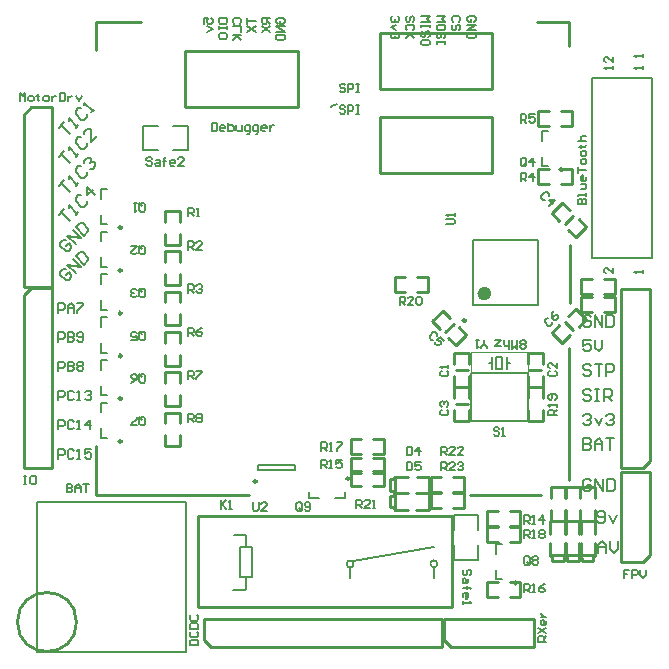
<source format=gto>
G04*
G04 #@! TF.GenerationSoftware,Altium Limited,Altium Designer,18.1.9 (240)*
G04*
G04 Layer_Color=65535*
%FSLAX25Y25*%
%MOIN*%
G70*
G01*
G75*
%ADD10C,0.00591*%
%ADD11C,0.00984*%
%ADD12C,0.02362*%
%ADD13C,0.01000*%
%ADD14C,0.00787*%
%ADD15C,0.00819*%
%ADD16C,0.00800*%
%ADD17C,0.00500*%
%ADD18C,0.00394*%
%ADD19C,0.00600*%
%ADD20C,0.00591*%
%ADD21C,0.00630*%
D10*
X523768Y176594D02*
G03*
X523768Y176594I-1181J0D01*
G01*
X495819Y176559D02*
G03*
X495819Y176559I-1181J0D01*
G01*
D11*
X463506Y203991D02*
G03*
X463506Y203991I-492J0D01*
G01*
X494380Y205040D02*
G03*
X494380Y205040I-492J0D01*
G01*
X565532Y308012D02*
G03*
X565532Y308012I-492J0D01*
G01*
X418532Y288663D02*
G03*
X418532Y288663I-492J0D01*
G01*
Y274416D02*
G03*
X418532Y274416I-492J0D01*
G01*
Y231675D02*
G03*
X418532Y231675I-492J0D01*
G01*
Y217428D02*
G03*
X418532Y217428I-492J0D01*
G01*
Y260169D02*
G03*
X418532Y260169I-492J0D01*
G01*
Y245922D02*
G03*
X418532Y245922I-492J0D01*
G01*
X550326Y170312D02*
G03*
X550326Y170312I-492J0D01*
G01*
X533210Y257655D02*
G03*
X533210Y257655I-492J0D01*
G01*
D12*
X540591Y266710D02*
G03*
X540591Y266710I-1181J0D01*
G01*
D13*
X403442Y157200D02*
G03*
X403442Y157200I-9842J0D01*
G01*
X567600Y248400D02*
X567600Y204600D01*
X534600Y199633D02*
X558300D01*
X564976Y303200D02*
X568576D01*
Y308200D01*
X564976D02*
X568576D01*
X557376D02*
X560976D01*
X557376Y303200D02*
X560976D01*
X557376D02*
Y308200D01*
Y327400D02*
X560976D01*
X557376Y322400D02*
Y327400D01*
Y322400D02*
X560976D01*
X564976D02*
X568576D01*
X564976Y327400D02*
X568576D01*
Y322400D02*
Y327400D01*
X390600Y328712D02*
X395324D01*
Y268869D02*
Y328712D01*
X385876Y268869D02*
X395324D01*
X385876D02*
Y326350D01*
X388238Y328712D01*
X390600D01*
X532700Y200584D02*
Y205584D01*
X529100D02*
X532700D01*
X529100Y200584D02*
X532700D01*
X521500D02*
X525100D01*
X521500D02*
Y205584D01*
X525100D01*
X508900Y204784D02*
X509700Y205584D01*
X507800Y204784D02*
X508900D01*
X509000Y200884D02*
X509700Y200184D01*
X507800Y200884D02*
X509000D01*
X507800D02*
Y204784D01*
X509700Y200184D02*
Y205584D01*
Y200184D02*
X513900D01*
X516700D02*
X521100D01*
Y205584D01*
X516900D02*
X521100D01*
X509700D02*
X513900D01*
X525918Y151238D02*
X528280Y148876D01*
X555839D01*
Y158324D01*
X525918D02*
X555839D01*
X525918Y151238D02*
Y158324D01*
X537040Y325500D02*
X541961D01*
X537040Y306900D02*
X541961D01*
X504560D02*
X509481D01*
X504560Y325500D02*
X509481D01*
X504560Y306900D02*
Y325500D01*
X541961Y306900D02*
Y325500D01*
X509481D02*
X537040D01*
X509481Y306900D02*
X537040D01*
X494800Y206942D02*
Y211942D01*
Y206942D02*
X498400D01*
X494800Y211942D02*
X498400D01*
X502400D02*
X506000D01*
Y206942D02*
Y211942D01*
X502400Y206942D02*
X506000D01*
Y213200D02*
Y218200D01*
X502400D02*
X506000D01*
X502400Y213200D02*
X506000D01*
X494800D02*
X498400D01*
X494800D02*
Y218200D01*
X498400D01*
X444681Y347426D02*
X472240D01*
X444681Y328826D02*
X472240D01*
X439760D02*
Y347426D01*
X477161Y328826D02*
Y347426D01*
X472240Y328826D02*
X477161D01*
X472240Y347426D02*
X477161D01*
X439760D02*
X444681D01*
X439760Y328826D02*
X444681D01*
X443819Y192409D02*
X528465D01*
X443819Y162094D02*
X528465D01*
Y192409D01*
X443819Y162094D02*
Y192409D01*
X521500Y200100D02*
X525100D01*
X521500Y195100D02*
Y200100D01*
Y195100D02*
X525100D01*
X529100D02*
X532700D01*
X529100Y200100D02*
X532700D01*
Y195100D02*
Y200100D01*
X506000Y202416D02*
Y207416D01*
X502400D02*
X506000D01*
X502400Y202416D02*
X506000D01*
X494800D02*
X498400D01*
X494800D02*
Y207416D01*
X498400D01*
X509700Y200100D02*
X513900D01*
X516900D02*
X521100D01*
Y194700D02*
Y200100D01*
X516700Y194700D02*
X521100D01*
X509700D02*
X513900D01*
X509700D02*
Y200100D01*
X507800Y195400D02*
Y199300D01*
Y195400D02*
X509000D01*
X509700Y194700D01*
X507800Y199300D02*
X508900D01*
X509700Y200100D01*
X582800Y260632D02*
Y265633D01*
X579200D02*
X582800D01*
X579200Y260632D02*
X582800D01*
X571600D02*
X575200D01*
X571600D02*
Y265633D01*
X575200D01*
X582800Y266665D02*
Y271665D01*
X579200D02*
X582800D01*
X579200Y266665D02*
X582800D01*
X571600D02*
X575200D01*
X571600D02*
Y271665D01*
X575200D01*
X561872Y253708D02*
X564418Y256254D01*
X561872Y253708D02*
X565408Y250172D01*
X567953Y252718D01*
X570782Y255546D02*
X573328Y258092D01*
X569792Y261628D02*
X573328Y258092D01*
X567246Y259082D02*
X569792Y261628D01*
X566186Y257314D02*
X569014Y254486D01*
X509500Y267200D02*
Y272200D01*
Y267200D02*
X513100D01*
X509500Y272200D02*
X513100D01*
X517100D02*
X520700D01*
Y267200D02*
Y272200D01*
X517100Y267200D02*
X520700D01*
X565408Y296926D02*
X567953Y294380D01*
X561872Y293390D02*
X565408Y296926D01*
X561872Y293390D02*
X564418Y290844D01*
X567246Y288016D02*
X569792Y285471D01*
X573328Y289006D01*
X570782Y291552D02*
X573328Y289006D01*
X566186Y289784D02*
X569014Y292612D01*
X527347Y252018D02*
X529892Y249472D01*
X533428Y253008D01*
X530882Y255554D02*
X533428Y253008D01*
X525508Y260928D02*
X528054Y258382D01*
X521972Y257392D02*
X525508Y260928D01*
X521972Y257392D02*
X524518Y254847D01*
X526286Y253786D02*
X529114Y256614D01*
X438100Y223400D02*
Y227000D01*
X433100D02*
X438100D01*
X433100Y223400D02*
Y227000D01*
Y215800D02*
Y219400D01*
X438100Y215800D02*
Y219400D01*
X433100Y215800D02*
X438100D01*
Y250280D02*
Y253880D01*
X433100D02*
X438100D01*
X433100Y250280D02*
Y253880D01*
Y242680D02*
Y246280D01*
X438100Y242680D02*
Y246280D01*
X433100Y242680D02*
X438100D01*
Y263720D02*
Y267320D01*
X433100D02*
X438100D01*
X433100Y263720D02*
Y267320D01*
Y256120D02*
Y259720D01*
X438100Y256120D02*
Y259720D01*
X433100Y256120D02*
X438100D01*
X589800Y208488D02*
X592162D01*
X594524Y210850D01*
Y268331D01*
X585076D02*
X594524D01*
X585076Y208488D02*
Y268331D01*
Y208488D02*
X589800D01*
X433100Y280760D02*
X438100D01*
X433100Y277160D02*
Y280760D01*
X438100Y277160D02*
Y280760D01*
Y269560D02*
Y273160D01*
X433100Y269560D02*
X438100D01*
X433100D02*
Y273160D01*
Y294200D02*
X438100D01*
X433100Y290600D02*
Y294200D01*
X438100Y290600D02*
Y294200D01*
Y283000D02*
Y286600D01*
X433100Y283000D02*
X438100D01*
X433100D02*
Y286600D01*
Y240440D02*
X438100D01*
X433100Y236840D02*
Y240440D01*
X438100Y236840D02*
Y240440D01*
Y229240D02*
Y232840D01*
X433100Y229240D02*
X438100D01*
X433100D02*
Y232840D01*
X410042Y199633D02*
Y215800D01*
Y348000D02*
Y357113D01*
X567523Y349200D02*
Y357113D01*
X567861Y282905D02*
X567900Y263400D01*
X410042Y357113D02*
X424800D01*
X556800Y357113D02*
X567523D01*
X410042Y199633D02*
X460800D01*
X445876Y151238D02*
Y158324D01*
X525403D01*
Y148876D02*
Y158324D01*
X449025Y148876D02*
X525403D01*
X448238D02*
X449025D01*
X445876Y151238D02*
X448238Y148876D01*
X504560Y334800D02*
X509481D01*
X504560Y353400D02*
X509481D01*
X537040D02*
X541961D01*
X537040Y334800D02*
X541961D01*
Y353400D01*
X504560Y334800D02*
Y353400D01*
X509481Y334800D02*
X537040D01*
X509481Y353400D02*
X537040D01*
X540193Y188800D02*
X543793D01*
X540193Y183800D02*
Y188800D01*
Y183800D02*
X543793D01*
X547793D02*
X551393D01*
X547793Y188800D02*
X551393D01*
Y183800D02*
Y188800D01*
X547793Y165500D02*
X551393D01*
Y170500D01*
X547793D02*
X551393D01*
X540193D02*
X543793D01*
X540193Y165500D02*
X543793D01*
X540193D02*
Y170500D01*
X540193Y194072D02*
X543793D01*
X540193Y189072D02*
Y194072D01*
Y189072D02*
X543793D01*
X547793D02*
X551393D01*
X547793Y194072D02*
X551393D01*
Y189072D02*
Y194072D01*
X390600Y268412D02*
X395324D01*
Y208569D02*
Y268412D01*
X385876Y208569D02*
X395324D01*
X385876D02*
Y266050D01*
X388238Y268412D01*
X390600D01*
X585076Y177276D02*
X592162D01*
X585076D02*
Y207197D01*
X594524D01*
Y179638D02*
Y207197D01*
X592162Y177276D02*
X594524Y179638D01*
X554385Y241200D02*
X558385D01*
X558885Y235600D02*
Y239200D01*
X553885Y235600D02*
X558885D01*
X553885D02*
Y239200D01*
Y243200D02*
Y246800D01*
X558885D01*
Y243200D02*
Y246800D01*
X529785Y241200D02*
X533785D01*
X534285Y235600D02*
Y239200D01*
X529285Y235600D02*
X534285D01*
X529285D02*
Y239200D01*
Y243200D02*
Y246800D01*
X534285D01*
Y243200D02*
Y246800D01*
X529785Y229800D02*
X533785D01*
X529285Y231800D02*
Y235400D01*
X534285D01*
Y231800D02*
Y235400D01*
Y224200D02*
Y227800D01*
X529285Y224200D02*
X534285D01*
X529285D02*
Y227800D01*
X571201Y202150D02*
X576201D01*
X571201Y198550D02*
Y202150D01*
X576201Y198550D02*
Y202150D01*
Y190950D02*
Y194550D01*
X571201Y190950D02*
X576201D01*
X571201D02*
Y194550D01*
X566402Y202150D02*
X571402D01*
X566402Y198550D02*
Y202150D01*
X571402Y198550D02*
Y202150D01*
Y190950D02*
Y194550D01*
X566402Y190950D02*
X571402D01*
X566402D02*
Y194550D01*
X561281Y179400D02*
Y183600D01*
Y186600D02*
Y190800D01*
X566681D01*
Y186400D02*
Y190800D01*
Y179400D02*
Y183600D01*
X561281Y179400D02*
X566681D01*
X562081Y177500D02*
X565981D01*
Y178700D01*
X566681Y179400D01*
X562081Y177500D02*
Y178600D01*
X561281Y179400D02*
X562081Y178600D01*
X571001Y179400D02*
X571801Y178600D01*
Y177500D02*
Y178600D01*
X575701Y178700D02*
X576401Y179400D01*
X575701Y177500D02*
Y178700D01*
X571801Y177500D02*
X575701D01*
X571001Y179400D02*
X576401D01*
Y183600D01*
Y186400D02*
Y190800D01*
X571001D02*
X576401D01*
X571001Y186600D02*
Y190800D01*
Y179400D02*
Y183600D01*
X566202Y179400D02*
X567002Y178600D01*
Y177500D02*
Y178600D01*
X570902Y178700D02*
X571602Y179400D01*
X570902Y177500D02*
Y178700D01*
X567002Y177500D02*
X570902D01*
X566202Y179400D02*
X571602D01*
Y183600D01*
Y186400D02*
Y190800D01*
X566202D02*
X571602D01*
X566202Y186600D02*
Y190800D01*
Y179400D02*
Y183600D01*
X561481Y190950D02*
Y194550D01*
Y190950D02*
X566481D01*
Y194550D01*
Y198550D02*
Y202150D01*
X561481Y198550D02*
Y202150D01*
X566481D01*
X553885Y235400D02*
X558885D01*
X553885Y231800D02*
Y235400D01*
X558885Y231800D02*
Y235400D01*
Y224200D02*
Y227800D01*
X553885Y224200D02*
X558885D01*
X553885D02*
Y227800D01*
D14*
X575200Y278500D02*
X595200D01*
X575200D02*
Y338500D01*
X595200D01*
Y278500D02*
Y338500D01*
X529400Y177900D02*
Y182900D01*
Y177900D02*
X537400D01*
Y182900D01*
Y187900D02*
Y192900D01*
X529400D02*
X537400D01*
X529400Y187900D02*
Y192900D01*
X463998Y207732D02*
Y209700D01*
X476202Y207732D02*
Y209700D01*
X463998Y207732D02*
X476202D01*
X463998Y209700D02*
X476202D01*
X480995Y198643D02*
X484242D01*
X480995D02*
Y200611D01*
X489558Y198643D02*
X492805D01*
Y200611D01*
X558642Y317657D02*
Y320905D01*
X560611D01*
X558642Y309095D02*
Y312343D01*
Y309095D02*
X560611D01*
X425700Y322600D02*
X430700D01*
X425700Y314600D02*
Y322600D01*
Y314600D02*
X430700D01*
X435700D02*
X440700D01*
Y322600D01*
X435700D02*
X440700D01*
X411643Y298309D02*
Y301557D01*
X413611D01*
X411643Y289746D02*
Y292994D01*
Y289746D02*
X413611D01*
X411643Y284062D02*
Y287310D01*
X413611D01*
X411643Y275499D02*
Y278747D01*
Y275499D02*
X413611D01*
X411643Y241321D02*
Y244569D01*
X413611D01*
X411643Y232758D02*
Y236006D01*
Y232758D02*
X413611D01*
X411643Y227074D02*
Y230322D01*
X413611D01*
X411643Y218511D02*
Y221759D01*
Y218511D02*
X413611D01*
X411643Y269815D02*
Y273063D01*
X413611D01*
X411643Y261252D02*
Y264500D01*
Y261252D02*
X413611D01*
X411643Y255568D02*
Y258816D01*
X413611D01*
X411643Y247005D02*
Y250253D01*
Y247005D02*
X413611D01*
X543436Y171395D02*
X545404D01*
X543436D02*
Y174643D01*
Y183205D02*
X545404D01*
X543436Y179957D02*
Y183205D01*
X535473Y262773D02*
X557127D01*
X535473Y284427D02*
X557127D01*
X535473Y262773D02*
Y284427D01*
X557127Y262773D02*
Y284427D01*
X572209Y218448D02*
Y214512D01*
X574177D01*
X574832Y215168D01*
Y215824D01*
X574177Y216480D01*
X572209D01*
X574177D01*
X574832Y217136D01*
Y217792D01*
X574177Y218448D01*
X572209D01*
X576144Y214512D02*
Y217136D01*
X577456Y218448D01*
X578768Y217136D01*
Y214512D01*
Y216480D01*
X576144D01*
X580080Y218448D02*
X582704D01*
X581392D01*
Y214512D01*
X572209Y226012D02*
X572865Y226668D01*
X574177D01*
X574832Y226012D01*
Y225357D01*
X574177Y224701D01*
X573521D01*
X574177D01*
X574832Y224045D01*
Y223389D01*
X574177Y222733D01*
X572865D01*
X572209Y223389D01*
X576144Y225357D02*
X577456Y222733D01*
X578768Y225357D01*
X580080Y226012D02*
X580736Y226668D01*
X582048D01*
X582704Y226012D01*
Y225357D01*
X582048Y224701D01*
X581392D01*
X582048D01*
X582704Y224045D01*
Y223389D01*
X582048Y222733D01*
X580736D01*
X580080Y223389D01*
X574832Y234233D02*
X574177Y234889D01*
X572865D01*
X572209Y234233D01*
Y233577D01*
X572865Y232921D01*
X574177D01*
X574832Y232265D01*
Y231609D01*
X574177Y230953D01*
X572865D01*
X572209Y231609D01*
X576144Y234889D02*
X577456D01*
X576800D01*
Y230953D01*
X576144D01*
X577456D01*
X579424D02*
Y234889D01*
X581392D01*
X582048Y234233D01*
Y232921D01*
X581392Y232265D01*
X579424D01*
X580736D02*
X582048Y230953D01*
X574832Y258894D02*
X574177Y259550D01*
X572865D01*
X572209Y258894D01*
Y256270D01*
X572865Y255614D01*
X574177D01*
X574832Y256270D01*
Y257582D01*
X573521D01*
X576144Y255614D02*
Y259550D01*
X578768Y255614D01*
Y259550D01*
X580080D02*
Y255614D01*
X582048D01*
X582704Y256270D01*
Y258894D01*
X582048Y259550D01*
X580080D01*
X574832Y251330D02*
X572209D01*
Y249362D01*
X573521Y250018D01*
X574177D01*
X574832Y249362D01*
Y248050D01*
X574177Y247394D01*
X572865D01*
X572209Y248050D01*
X576144Y251330D02*
Y248706D01*
X577456Y247394D01*
X578768Y248706D01*
Y251330D01*
X574832Y242453D02*
X574177Y243109D01*
X572865D01*
X572209Y242453D01*
Y241797D01*
X572865Y241141D01*
X574177D01*
X574832Y240485D01*
Y239829D01*
X574177Y239174D01*
X572865D01*
X572209Y239829D01*
X576144Y243109D02*
X578768D01*
X577456D01*
Y239174D01*
X580080D02*
Y243109D01*
X582048D01*
X582704Y242453D01*
Y241141D01*
X582048Y240485D01*
X580080D01*
D15*
X459787Y168063D02*
Y172264D01*
X459846Y182291D02*
Y186311D01*
D16*
X522587Y171949D02*
X522598Y175284D01*
X495701Y177657D02*
X522642Y182224D01*
X494583Y175264D02*
X494594Y171748D01*
X455847Y186311D02*
X459846D01*
X455724Y168000D02*
X459724D01*
X457890Y172264D02*
X461890D01*
Y182264D01*
X457890D02*
X461890D01*
X457890Y178264D02*
Y182264D01*
Y172264D02*
Y178264D01*
X397488Y321859D02*
X399374Y323744D01*
X398431Y322801D01*
X401259Y319974D01*
X403144Y321859D02*
X404086Y322801D01*
X403615Y322330D01*
X400787Y325158D01*
Y324215D01*
X405028Y328456D02*
X404086D01*
X403144Y327514D01*
Y326571D01*
X405028Y324686D01*
X405971D01*
X406914Y325629D01*
Y326571D01*
X408327Y327043D02*
X409270Y327985D01*
X408799Y327514D01*
X405971Y330341D01*
Y329399D01*
X397488Y302514D02*
X399374Y304399D01*
X398431Y303456D01*
X401259Y300628D01*
X403144Y302514D02*
X404086Y303456D01*
X403615Y302985D01*
X400787Y305812D01*
Y304870D01*
X405028Y309111D02*
X404086D01*
X403144Y308169D01*
Y307226D01*
X405028Y305341D01*
X405971D01*
X406914Y306284D01*
Y307226D01*
X405971Y310054D02*
Y310996D01*
X406914Y311939D01*
X407856D01*
X408327Y311467D01*
Y310525D01*
X407856Y310054D01*
X408327Y310525D01*
X409270D01*
X409741Y310054D01*
Y309111D01*
X408799Y308169D01*
X407856D01*
X397488Y292841D02*
X399374Y294726D01*
X398431Y293783D01*
X401259Y290956D01*
X403144Y292841D02*
X404086Y293783D01*
X403615Y293312D01*
X400787Y296140D01*
Y295197D01*
X405028Y299438D02*
X404086D01*
X403144Y298496D01*
Y297553D01*
X405028Y295668D01*
X405971D01*
X406914Y296611D01*
Y297553D01*
X409741Y299438D02*
X406914Y302266D01*
X406914Y299438D01*
X408799Y301323D01*
X575066Y204259D02*
X574399Y204926D01*
X573066D01*
X572400Y204259D01*
Y201593D01*
X573066Y200927D01*
X574399D01*
X575066Y201593D01*
Y202926D01*
X573733D01*
X576399Y200927D02*
Y204926D01*
X579065Y200927D01*
Y204926D01*
X580397D02*
Y200927D01*
X582397D01*
X583063Y201593D01*
Y204259D01*
X582397Y204926D01*
X580397D01*
X399845Y284582D02*
X398902D01*
X397960Y283640D01*
Y282697D01*
X399845Y280812D01*
X400787D01*
X401730Y281754D01*
Y282697D01*
X400787Y283640D01*
X399845Y282697D01*
X403144Y283168D02*
X400316Y285996D01*
X405028Y285053D01*
X402201Y287881D01*
X403144Y288823D02*
X405971Y285996D01*
X407385Y287409D01*
Y288352D01*
X405500Y290237D01*
X404557D01*
X403144Y288823D01*
X577001Y191000D02*
X577668Y190334D01*
X579001D01*
X579667Y191000D01*
Y193666D01*
X579001Y194333D01*
X577668D01*
X577001Y193666D01*
Y193000D01*
X577668Y192333D01*
X579667D01*
X581000Y193000D02*
X582333Y190334D01*
X583666Y193000D01*
X577201Y180200D02*
Y182866D01*
X578534Y184199D01*
X579867Y182866D01*
Y180200D01*
Y182199D01*
X577201D01*
X581200Y184199D02*
Y181533D01*
X582533Y180200D01*
X583866Y181533D01*
Y184199D01*
X399845Y274909D02*
X398902D01*
X397960Y273967D01*
Y273024D01*
X399845Y271139D01*
X400787D01*
X401730Y272082D01*
Y273024D01*
X400787Y273967D01*
X399845Y273024D01*
X403144Y273496D02*
X400316Y276323D01*
X405028Y275381D01*
X402201Y278208D01*
X403144Y279151D02*
X405971Y276323D01*
X407385Y277737D01*
Y278679D01*
X405500Y280564D01*
X404557D01*
X403144Y279151D01*
X397488Y312186D02*
X399374Y314071D01*
X398431Y313129D01*
X401259Y310301D01*
X403144Y312186D02*
X404086Y313129D01*
X403615Y312657D01*
X400787Y315485D01*
Y314543D01*
X405028Y318784D02*
X404086D01*
X403144Y317841D01*
Y316899D01*
X405028Y315014D01*
X405971D01*
X406914Y315956D01*
Y316899D01*
X410212Y319255D02*
X408327Y317370D01*
Y321140D01*
X407856Y321611D01*
X406914D01*
X405971Y320669D01*
Y319726D01*
D17*
X390400Y147291D02*
X440000D01*
X390400Y197291D02*
X440000D01*
Y147291D02*
Y197291D01*
X390400Y147291D02*
Y197291D01*
X534885Y224200D02*
Y240200D01*
Y224200D02*
X553885D01*
Y240200D01*
X534885D02*
X553885D01*
D18*
X534885Y247103D02*
X553885D01*
Y240103D02*
Y247103D01*
X534885Y240103D02*
Y247103D01*
Y240103D02*
X553885D01*
D19*
X545385Y241603D02*
Y245603D01*
X543385D02*
X545385D01*
X543385Y241603D02*
Y245603D01*
Y241603D02*
X545385D01*
X546885D02*
Y245603D01*
X541885Y241603D02*
Y245603D01*
X540885Y243603D02*
X541885D01*
X546885D02*
X547885D01*
D20*
X570573Y296400D02*
X573328D01*
Y297778D01*
X572868Y298237D01*
X572409D01*
X571950Y297778D01*
Y296400D01*
Y297778D01*
X571491Y298237D01*
X571032D01*
X570573Y297778D01*
Y296400D01*
X573328Y299155D02*
Y300073D01*
Y299614D01*
X570573D01*
Y299155D01*
X571491Y301451D02*
X572868D01*
X573328Y301910D01*
Y303288D01*
X571491D01*
X573328Y305583D02*
Y304665D01*
X572868Y304206D01*
X571950D01*
X571491Y304665D01*
Y305583D01*
X571950Y306043D01*
X572409D01*
Y304206D01*
X570573Y306961D02*
Y308798D01*
Y307879D01*
X573328D01*
Y310175D02*
Y311093D01*
X572868Y311553D01*
X571950D01*
X571491Y311093D01*
Y310175D01*
X571950Y309716D01*
X572868D01*
X573328Y310175D01*
Y312930D02*
Y313848D01*
X572868Y314308D01*
X571950D01*
X571491Y313848D01*
Y312930D01*
X571950Y312471D01*
X572868D01*
X573328Y312930D01*
X571032Y315685D02*
X571491D01*
Y315226D01*
Y316144D01*
Y315685D01*
X572868D01*
X573328Y316144D01*
X570573Y317522D02*
X573328D01*
X571950D01*
X571491Y317981D01*
Y318899D01*
X571950Y319358D01*
X573328D01*
X582200Y275337D02*
Y273500D01*
X580363Y275337D01*
X579904D01*
X579445Y274878D01*
Y273959D01*
X579904Y273500D01*
X592200D02*
Y274418D01*
Y273959D01*
X589445D01*
X589904Y273500D01*
X592200Y341500D02*
Y342418D01*
Y341959D01*
X589445D01*
X589904Y341500D01*
X592200Y345500D02*
Y346418D01*
Y345959D01*
X589445D01*
X589904Y345500D01*
X582200Y341500D02*
Y342418D01*
Y341959D01*
X579445D01*
X579904Y341500D01*
X582200Y345633D02*
Y343796D01*
X580363Y345633D01*
X579904D01*
X579445Y345173D01*
Y344255D01*
X579904Y343796D01*
X551568Y304094D02*
Y306849D01*
X552946D01*
X553405Y306390D01*
Y305471D01*
X552946Y305012D01*
X551568D01*
X552487D02*
X553405Y304094D01*
X555701D02*
Y306849D01*
X554323Y305471D01*
X556160D01*
X551568Y323674D02*
Y326429D01*
X552946D01*
X553405Y325970D01*
Y325052D01*
X552946Y324593D01*
X551568D01*
X552487D02*
X553405Y323674D01*
X556160Y326429D02*
X554323D01*
Y325052D01*
X555242Y325511D01*
X555701D01*
X556160Y325052D01*
Y324133D01*
X555701Y323674D01*
X554782D01*
X554323Y324133D01*
X384600Y330809D02*
Y333564D01*
X385518Y332645D01*
X386437Y333564D01*
Y330809D01*
X387814D02*
X388733D01*
X389192Y331268D01*
Y332186D01*
X388733Y332645D01*
X387814D01*
X387355Y332186D01*
Y331268D01*
X387814Y330809D01*
X390569Y333104D02*
Y332645D01*
X390110D01*
X391028D01*
X390569D01*
Y331268D01*
X391028Y330809D01*
X392865D02*
X393783D01*
X394243Y331268D01*
Y332186D01*
X393783Y332645D01*
X392865D01*
X392406Y332186D01*
Y331268D01*
X392865Y330809D01*
X395161Y332645D02*
Y330809D01*
Y331727D01*
X395620Y332186D01*
X396079Y332645D01*
X396538D01*
X397916Y333564D02*
Y330809D01*
X399293D01*
X399753Y331268D01*
Y333104D01*
X399293Y333564D01*
X397916D01*
X400671Y332645D02*
Y330809D01*
Y331727D01*
X401130Y332186D01*
X401589Y332645D01*
X402048D01*
X403426D02*
X404344Y330809D01*
X405263Y332645D01*
X525000Y212900D02*
Y215655D01*
X526377D01*
X526837Y215196D01*
Y214278D01*
X526377Y213818D01*
X525000D01*
X525918D02*
X526837Y212900D01*
X529592D02*
X527755D01*
X529592Y214737D01*
Y215196D01*
X529133Y215655D01*
X528214D01*
X527755Y215196D01*
X532347Y212900D02*
X530510D01*
X532347Y214737D01*
Y215196D01*
X531888Y215655D01*
X530969D01*
X530510Y215196D01*
X513600Y215655D02*
Y212900D01*
X514978D01*
X515437Y213359D01*
Y215196D01*
X514978Y215655D01*
X513600D01*
X517732Y212900D02*
Y215655D01*
X516355Y214278D01*
X518192D01*
X470504Y356663D02*
X470045Y357122D01*
Y358041D01*
X470504Y358500D01*
X472341D01*
X472800Y358041D01*
Y357122D01*
X472341Y356663D01*
X471422D01*
Y357582D01*
X472800Y355745D02*
X470045D01*
X472800Y353908D01*
X470045D01*
Y352990D02*
X472800D01*
Y351612D01*
X472341Y351153D01*
X470504D01*
X470045Y351612D01*
Y352990D01*
X450845Y358500D02*
X453600D01*
Y357122D01*
X453141Y356663D01*
X451304D01*
X450845Y357122D01*
Y358500D01*
Y355745D02*
Y354827D01*
Y355286D01*
X453600D01*
Y355745D01*
Y354827D01*
X450845Y352072D02*
Y352990D01*
X451304Y353449D01*
X453141D01*
X453600Y352990D01*
Y352072D01*
X453141Y351612D01*
X451304D01*
X450845Y352072D01*
X456104Y356663D02*
X455645Y357122D01*
Y358041D01*
X456104Y358500D01*
X457941D01*
X458400Y358041D01*
Y357122D01*
X457941Y356663D01*
X455645Y355745D02*
X458400D01*
Y353908D01*
X455645Y352990D02*
X458400D01*
X457482D01*
X455645Y351153D01*
X457022Y352531D01*
X458400Y351153D01*
X460445Y358500D02*
Y356663D01*
Y357582D01*
X463200D01*
X460445Y355745D02*
X463200Y353908D01*
X460445D02*
X463200Y355745D01*
X446045Y356663D02*
Y358500D01*
X447423D01*
X446963Y357582D01*
Y357122D01*
X447423Y356663D01*
X448341D01*
X448800Y357122D01*
Y358041D01*
X448341Y358500D01*
X446963Y355745D02*
X448800Y354827D01*
X446963Y353908D01*
X468000Y358500D02*
X465245D01*
Y357122D01*
X465704Y356663D01*
X466622D01*
X467082Y357122D01*
Y358500D01*
Y357582D02*
X468000Y356663D01*
X465245Y355745D02*
X468000Y353908D01*
X465245D02*
X468000Y355745D01*
X535996Y357263D02*
X536455Y357722D01*
Y358641D01*
X535996Y359100D01*
X534159D01*
X533700Y358641D01*
Y357722D01*
X534159Y357263D01*
X535077D01*
Y358182D01*
X533700Y356345D02*
X536455D01*
X533700Y354508D01*
X536455D01*
Y353590D02*
X533700D01*
Y352212D01*
X534159Y351753D01*
X535996D01*
X536455Y352212D01*
Y353590D01*
X530896Y357263D02*
X531355Y357722D01*
Y358641D01*
X530896Y359100D01*
X529059D01*
X528600Y358641D01*
Y357722D01*
X529059Y357263D01*
X530896Y354508D02*
X531355Y354967D01*
Y355886D01*
X530896Y356345D01*
X530437D01*
X529978Y355886D01*
Y354967D01*
X529518Y354508D01*
X529059D01*
X528600Y354967D01*
Y355886D01*
X529059Y356345D01*
X515596Y357263D02*
X516055Y357722D01*
Y358641D01*
X515596Y359100D01*
X515137D01*
X514677Y358641D01*
Y357722D01*
X514218Y357263D01*
X513759D01*
X513300Y357722D01*
Y358641D01*
X513759Y359100D01*
X515596Y354508D02*
X516055Y354967D01*
Y355886D01*
X515596Y356345D01*
X513759D01*
X513300Y355886D01*
Y354967D01*
X513759Y354508D01*
X516055Y353590D02*
X513300D01*
X514218D01*
X516055Y351753D01*
X514677Y353131D01*
X513300Y351753D01*
X518400Y359100D02*
X521155D01*
X520237Y358182D01*
X521155Y357263D01*
X518400D01*
X521155Y356345D02*
Y355427D01*
Y355886D01*
X518400D01*
Y356345D01*
Y355427D01*
X520696Y352212D02*
X521155Y352672D01*
Y353590D01*
X520696Y354049D01*
X520237D01*
X519777Y353590D01*
Y352672D01*
X519318Y352212D01*
X518859D01*
X518400Y352672D01*
Y353590D01*
X518859Y354049D01*
X521155Y349917D02*
Y350835D01*
X520696Y351294D01*
X518859D01*
X518400Y350835D01*
Y349917D01*
X518859Y349457D01*
X520696D01*
X521155Y349917D01*
X523500Y359100D02*
X526255D01*
X525337Y358182D01*
X526255Y357263D01*
X523500D01*
X526255Y354967D02*
Y355886D01*
X525796Y356345D01*
X523959D01*
X523500Y355886D01*
Y354967D01*
X523959Y354508D01*
X525796D01*
X526255Y354967D01*
X525796Y351753D02*
X526255Y352212D01*
Y353131D01*
X525796Y353590D01*
X525337D01*
X524878Y353131D01*
Y352212D01*
X524418Y351753D01*
X523959D01*
X523500Y352212D01*
Y353131D01*
X523959Y353590D01*
X526255Y350835D02*
Y349917D01*
Y350376D01*
X523500D01*
Y350835D01*
Y349917D01*
X510496Y359100D02*
X510955Y358641D01*
Y357722D01*
X510496Y357263D01*
X510037D01*
X509578Y357722D01*
Y358182D01*
Y357722D01*
X509118Y357263D01*
X508659D01*
X508200Y357722D01*
Y358641D01*
X508659Y359100D01*
X510037Y356345D02*
X508200Y355427D01*
X510037Y354508D01*
X510496Y353590D02*
X510955Y353131D01*
Y352212D01*
X510496Y351753D01*
X510037D01*
X509578Y352212D01*
Y352672D01*
Y352212D01*
X509118Y351753D01*
X508659D01*
X508200Y352212D01*
Y353131D01*
X508659Y353590D01*
X485085Y214301D02*
Y217056D01*
X486463D01*
X486922Y216597D01*
Y215679D01*
X486463Y215220D01*
X485085D01*
X486004D02*
X486922Y214301D01*
X487840D02*
X488759D01*
X488300D01*
Y217056D01*
X487840Y216597D01*
X490136Y217056D02*
X491973D01*
Y216597D01*
X490136Y214760D01*
Y214301D01*
X484999Y208569D02*
Y211324D01*
X486376D01*
X486835Y210865D01*
Y209947D01*
X486376Y209488D01*
X484999D01*
X485917D02*
X486835Y208569D01*
X487754D02*
X488672D01*
X488213D01*
Y211324D01*
X487754Y210865D01*
X491886Y211324D02*
X490050D01*
Y209947D01*
X490968Y210406D01*
X491427D01*
X491886Y209947D01*
Y209029D01*
X491427Y208569D01*
X490509D01*
X490050Y209029D01*
X441245Y149400D02*
X444000D01*
Y150777D01*
X443541Y151237D01*
X441704D01*
X441245Y150777D01*
Y149400D01*
X441704Y153992D02*
X441245Y153533D01*
Y152614D01*
X441704Y152155D01*
X443541D01*
X444000Y152614D01*
Y153533D01*
X443541Y153992D01*
X441245Y154910D02*
X444000D01*
Y156288D01*
X443541Y156747D01*
X441704D01*
X441245Y156288D01*
Y154910D01*
X441704Y159502D02*
X441245Y159043D01*
Y158124D01*
X441704Y157665D01*
X443541D01*
X444000Y158124D01*
Y159043D01*
X443541Y159502D01*
X488400Y328996D02*
X488859Y329455D01*
X489778D01*
X490237Y329914D01*
X492992Y328996D02*
X492532Y329455D01*
X491614D01*
X491155Y328996D01*
Y328537D01*
X491614Y328078D01*
X492532D01*
X492992Y327618D01*
Y327159D01*
X492532Y326700D01*
X491614D01*
X491155Y327159D01*
X493910Y326700D02*
Y329455D01*
X495288D01*
X495747Y328996D01*
Y328078D01*
X495288Y327618D01*
X493910D01*
X496665Y329455D02*
X497583D01*
X497124D01*
Y326700D01*
X496665D01*
X497583D01*
X534559Y172806D02*
X535018Y173265D01*
Y174183D01*
X534559Y174643D01*
X534100D01*
X533641Y174183D01*
Y173265D01*
X533182Y172806D01*
X532723D01*
X532263Y173265D01*
Y174183D01*
X532723Y174643D01*
X534100Y171428D02*
Y170510D01*
X533641Y170051D01*
X532263D01*
Y171428D01*
X532723Y171888D01*
X533182Y171428D01*
Y170051D01*
X532263Y168673D02*
X534559D01*
X533641D01*
Y169132D01*
Y168214D01*
Y168673D01*
X534559D01*
X535018Y168214D01*
X532263Y165459D02*
Y166377D01*
X532723Y166837D01*
X533641D01*
X534100Y166377D01*
Y165459D01*
X533641Y165000D01*
X533182D01*
Y166837D01*
X532263Y164082D02*
Y163163D01*
Y163622D01*
X535018D01*
X534559Y164082D01*
X525000Y207732D02*
Y210487D01*
X526377D01*
X526837Y210027D01*
Y209109D01*
X526377Y208650D01*
X525000D01*
X525918D02*
X526837Y207732D01*
X529592D02*
X527755D01*
X529592Y209568D01*
Y210027D01*
X529133Y210487D01*
X528214D01*
X527755Y210027D01*
X530510D02*
X530969Y210487D01*
X531888D01*
X532347Y210027D01*
Y209568D01*
X531888Y209109D01*
X531428D01*
X531888D01*
X532347Y208650D01*
Y208191D01*
X531888Y207732D01*
X530969D01*
X530510Y208191D01*
X400200Y203155D02*
Y200400D01*
X401578D01*
X402037Y200859D01*
Y201318D01*
X401578Y201778D01*
X400200D01*
X401578D01*
X402037Y202237D01*
Y202696D01*
X401578Y203155D01*
X400200D01*
X402955Y200400D02*
Y202237D01*
X403873Y203155D01*
X404792Y202237D01*
Y200400D01*
Y201778D01*
X402955D01*
X405710Y203155D02*
X407547D01*
X406628D01*
Y200400D01*
X540250Y248513D02*
Y248972D01*
X539332Y249891D01*
X538413Y248972D01*
Y248513D01*
X539332Y249891D02*
Y251268D01*
X537495D02*
X536577D01*
X537036D01*
Y248513D01*
X537495Y248972D01*
X553200Y248804D02*
X552741Y248345D01*
X551823D01*
X551363Y248804D01*
Y249263D01*
X551823Y249723D01*
X551363Y250182D01*
Y250641D01*
X551823Y251100D01*
X552741D01*
X553200Y250641D01*
Y250182D01*
X552741Y249723D01*
X553200Y249263D01*
Y248804D01*
X552741Y249723D02*
X551823D01*
X550445Y251100D02*
Y248345D01*
X549527Y249263D01*
X548608Y248345D01*
Y251100D01*
X547690Y248345D02*
Y251100D01*
Y249723D01*
X547231Y249263D01*
X546312D01*
X545853Y249723D01*
Y251100D01*
X544935Y249263D02*
X543098D01*
X544935Y251100D01*
X543098D01*
X560100Y150668D02*
X557345D01*
Y152046D01*
X557804Y152505D01*
X558722D01*
X559182Y152046D01*
Y150668D01*
Y151587D02*
X560100Y152505D01*
X557345Y153423D02*
X560100Y155260D01*
X557345D02*
X560100Y153423D01*
Y157556D02*
Y156638D01*
X559641Y156178D01*
X558722D01*
X558263Y156638D01*
Y157556D01*
X558722Y158015D01*
X559182D01*
Y156178D01*
X558263Y158933D02*
X560100D01*
X559182D01*
X558722Y159393D01*
X558263Y159852D01*
Y160311D01*
X385800Y205855D02*
X386718D01*
X386259D01*
Y203100D01*
X385800D01*
X386718D01*
X389473Y205855D02*
X388555D01*
X388096Y205396D01*
Y203559D01*
X388555Y203100D01*
X389473D01*
X389932Y203559D01*
Y205396D01*
X389473Y205855D01*
X587737Y174704D02*
X585900D01*
Y173326D01*
X586818D01*
X585900D01*
Y171949D01*
X588655D02*
Y174704D01*
X590032D01*
X590492Y174245D01*
Y173326D01*
X590032Y172867D01*
X588655D01*
X591410Y174704D02*
Y172867D01*
X592328Y171949D01*
X593247Y172867D01*
Y174704D01*
X451466Y197755D02*
Y195000D01*
Y195918D01*
X453302Y197755D01*
X451925Y196378D01*
X453302Y195000D01*
X454221D02*
X455139D01*
X454680D01*
Y197755D01*
X454221Y197296D01*
X560907Y299125D02*
Y299774D01*
X560258Y300423D01*
X559608D01*
X558310Y299125D01*
Y298475D01*
X558959Y297826D01*
X559608D01*
X560907Y295878D02*
X562855Y297826D01*
X560907D01*
X562206Y296527D01*
X462300Y197077D02*
Y194781D01*
X462759Y194322D01*
X463678D01*
X464137Y194781D01*
Y197077D01*
X466892Y194322D02*
X465055D01*
X466892Y196159D01*
Y196618D01*
X466433Y197077D01*
X465514D01*
X465055Y196618D01*
X526745Y289800D02*
X529041D01*
X529500Y290259D01*
Y291178D01*
X529041Y291637D01*
X526745D01*
X529500Y292555D02*
Y293473D01*
Y293014D01*
X526745D01*
X527204Y292555D01*
X492992Y336196D02*
X492532Y336655D01*
X491614D01*
X491155Y336196D01*
Y335737D01*
X491614Y335278D01*
X492532D01*
X492992Y334818D01*
Y334359D01*
X492532Y333900D01*
X491614D01*
X491155Y334359D01*
X493910Y333900D02*
Y336655D01*
X495288D01*
X495747Y336196D01*
Y335278D01*
X495288Y334818D01*
X493910D01*
X496665Y336655D02*
X497583D01*
X497124D01*
Y333900D01*
X496665D01*
X497583D01*
X428588Y311646D02*
X428129Y312105D01*
X427210D01*
X426751Y311646D01*
Y311187D01*
X427210Y310728D01*
X428129D01*
X428588Y310269D01*
Y309809D01*
X428129Y309350D01*
X427210D01*
X426751Y309809D01*
X429965Y311187D02*
X430884D01*
X431343Y310728D01*
Y309350D01*
X429965D01*
X429506Y309809D01*
X429965Y310269D01*
X431343D01*
X432720Y309350D02*
Y311646D01*
Y310728D01*
X432261D01*
X433180D01*
X432720D01*
Y311646D01*
X433180Y312105D01*
X435935Y309350D02*
X435016D01*
X434557Y309809D01*
Y310728D01*
X435016Y311187D01*
X435935D01*
X436394Y310728D01*
Y310269D01*
X434557D01*
X439149Y309350D02*
X437312D01*
X439149Y311187D01*
Y311646D01*
X438690Y312105D01*
X437771D01*
X437312Y311646D01*
X544308Y221663D02*
X543849Y222122D01*
X542930D01*
X542471Y221663D01*
Y221203D01*
X542930Y220744D01*
X543849D01*
X544308Y220285D01*
Y219826D01*
X543849Y219367D01*
X542930D01*
X542471Y219826D01*
X545226Y219367D02*
X546144D01*
X545685D01*
Y222122D01*
X545226Y221663D01*
X496656Y195130D02*
Y197885D01*
X498033D01*
X498492Y197426D01*
Y196507D01*
X498033Y196048D01*
X496656D01*
X497574D02*
X498492Y195130D01*
X501247D02*
X499411D01*
X501247Y196967D01*
Y197426D01*
X500788Y197885D01*
X499870D01*
X499411Y197426D01*
X502166Y195130D02*
X503084D01*
X502625D01*
Y197885D01*
X502166Y197426D01*
X511162Y262945D02*
Y265700D01*
X512540D01*
X512999Y265241D01*
Y264323D01*
X512540Y263864D01*
X511162D01*
X512080D02*
X512999Y262945D01*
X515754D02*
X513917D01*
X515754Y264782D01*
Y265241D01*
X515295Y265700D01*
X514376D01*
X513917Y265241D01*
X516672D02*
X517131Y265700D01*
X518050D01*
X518509Y265241D01*
Y263405D01*
X518050Y262945D01*
X517131D01*
X516672Y263405D01*
Y265241D01*
X563481Y226200D02*
X560726D01*
Y227577D01*
X561185Y228037D01*
X562103D01*
X562562Y227577D01*
Y226200D01*
Y227118D02*
X563481Y228037D01*
Y228955D02*
Y229873D01*
Y229414D01*
X560726D01*
X561185Y228955D01*
X563022Y231251D02*
X563481Y231710D01*
Y232628D01*
X563022Y233088D01*
X561185D01*
X560726Y232628D01*
Y231710D01*
X561185Y231251D01*
X561644D01*
X562103Y231710D01*
Y233088D01*
X552651Y185204D02*
Y187959D01*
X554028D01*
X554487Y187499D01*
Y186581D01*
X554028Y186122D01*
X552651D01*
X553569D02*
X554487Y185204D01*
X555406D02*
X556324D01*
X555865D01*
Y187959D01*
X555406Y187499D01*
X557701D02*
X558161Y187959D01*
X559079D01*
X559538Y187499D01*
Y187040D01*
X559079Y186581D01*
X559538Y186122D01*
Y185663D01*
X559079Y185204D01*
X558161D01*
X557701Y185663D01*
Y186122D01*
X558161Y186581D01*
X557701Y187040D01*
Y187499D01*
X558161Y186581D02*
X559079D01*
X552651Y167100D02*
Y169855D01*
X554028D01*
X554487Y169396D01*
Y168477D01*
X554028Y168018D01*
X552651D01*
X553569D02*
X554487Y167100D01*
X555406D02*
X556324D01*
X555865D01*
Y169855D01*
X555406Y169396D01*
X559538Y169855D02*
X558620Y169396D01*
X557701Y168477D01*
Y167559D01*
X558161Y167100D01*
X559079D01*
X559538Y167559D01*
Y168018D01*
X559079Y168477D01*
X557701D01*
X552651Y189997D02*
Y192752D01*
X554028D01*
X554487Y192292D01*
Y191374D01*
X554028Y190915D01*
X552651D01*
X553569D02*
X554487Y189997D01*
X555406D02*
X556324D01*
X555865D01*
Y192752D01*
X555406Y192292D01*
X559079Y189997D02*
Y192752D01*
X557701Y191374D01*
X559538D01*
X440675Y238235D02*
Y240990D01*
X442052D01*
X442512Y240531D01*
Y239613D01*
X442052Y239153D01*
X440675D01*
X441593D02*
X442512Y238235D01*
X443430Y240990D02*
X445266D01*
Y240531D01*
X443430Y238694D01*
Y238235D01*
X440675Y252615D02*
Y255370D01*
X442052D01*
X442512Y254911D01*
Y253993D01*
X442052Y253533D01*
X440675D01*
X441593D02*
X442512Y252615D01*
X445266Y255370D02*
X444348Y254911D01*
X443430Y253993D01*
Y253074D01*
X443889Y252615D01*
X444807D01*
X445266Y253074D01*
Y253533D01*
X444807Y253993D01*
X443430D01*
X440700Y292500D02*
Y295255D01*
X442077D01*
X442537Y294796D01*
Y293878D01*
X442077Y293418D01*
X440700D01*
X441618D02*
X442537Y292500D01*
X443455D02*
X444373D01*
X443914D01*
Y295255D01*
X443455Y294796D01*
X440675Y266995D02*
Y269750D01*
X442052D01*
X442512Y269291D01*
Y268373D01*
X442052Y267913D01*
X440675D01*
X441593D02*
X442512Y266995D01*
X443430Y269291D02*
X443889Y269750D01*
X444807D01*
X445266Y269291D01*
Y268832D01*
X444807Y268373D01*
X444348D01*
X444807D01*
X445266Y267913D01*
Y267454D01*
X444807Y266995D01*
X443889D01*
X443430Y267454D01*
X440675Y281375D02*
Y284130D01*
X442052D01*
X442512Y283671D01*
Y282752D01*
X442052Y282293D01*
X440675D01*
X441593D02*
X442512Y281375D01*
X445266D02*
X443430D01*
X445266Y283212D01*
Y283671D01*
X444807Y284130D01*
X443889D01*
X443430Y283671D01*
X440675Y223855D02*
Y226610D01*
X442052D01*
X442512Y226151D01*
Y225233D01*
X442052Y224773D01*
X440675D01*
X441593D02*
X442512Y223855D01*
X443430Y226151D02*
X443889Y226610D01*
X444807D01*
X445266Y226151D01*
Y225692D01*
X444807Y225233D01*
X445266Y224773D01*
Y224314D01*
X444807Y223855D01*
X443889D01*
X443430Y224314D01*
Y224773D01*
X443889Y225233D01*
X443430Y225692D01*
Y226151D01*
X443889Y225233D02*
X444807D01*
X478537Y194781D02*
Y196618D01*
X478078Y197077D01*
X477159D01*
X476700Y196618D01*
Y194781D01*
X477159Y194322D01*
X478078D01*
X477618Y195240D02*
X478537Y194322D01*
X478078D02*
X478537Y194781D01*
X479455D02*
X479914Y194322D01*
X480832D01*
X481292Y194781D01*
Y196618D01*
X480832Y197077D01*
X479914D01*
X479455Y196618D01*
Y196159D01*
X479914Y195700D01*
X481292D01*
X554487Y176793D02*
Y178629D01*
X554028Y179088D01*
X553110D01*
X552651Y178629D01*
Y176793D01*
X553110Y176333D01*
X554028D01*
X553569Y177252D02*
X554487Y176333D01*
X554028D02*
X554487Y176793D01*
X555406Y178629D02*
X555865Y179088D01*
X556783D01*
X557242Y178629D01*
Y178170D01*
X556783Y177711D01*
X557242Y177252D01*
Y176793D01*
X556783Y176333D01*
X555865D01*
X555406Y176793D01*
Y177252D01*
X555865Y177711D01*
X555406Y178170D01*
Y178629D01*
X555865Y177711D02*
X556783D01*
X424421Y239260D02*
Y237424D01*
X424880Y236964D01*
X425798D01*
X426258Y237424D01*
Y239260D01*
X425798Y239720D01*
X424880D01*
X425339Y238801D02*
X424421Y239720D01*
X424880D02*
X424421Y239260D01*
X421666Y236964D02*
X422584Y237424D01*
X423502Y238342D01*
Y239260D01*
X423043Y239720D01*
X422125D01*
X421666Y239260D01*
Y238801D01*
X422125Y238342D01*
X423502D01*
X424421Y253515D02*
Y251679D01*
X424880Y251220D01*
X425798D01*
X426258Y251679D01*
Y253515D01*
X425798Y253975D01*
X424880D01*
X425339Y253056D02*
X424421Y253975D01*
X424880D02*
X424421Y253515D01*
X421666Y251220D02*
X423502D01*
Y252597D01*
X422584Y252138D01*
X422125D01*
X421666Y252597D01*
Y253515D01*
X422125Y253975D01*
X423043D01*
X423502Y253515D01*
X424421Y296280D02*
Y294444D01*
X424880Y293985D01*
X425798D01*
X426258Y294444D01*
Y296280D01*
X425798Y296740D01*
X424880D01*
X425339Y295821D02*
X424421Y296740D01*
X424880D02*
X424421Y296280D01*
X423502Y296740D02*
X422584D01*
X423043D01*
Y293985D01*
X423502Y294444D01*
X553405Y309550D02*
Y311387D01*
X552946Y311846D01*
X552028D01*
X551568Y311387D01*
Y309550D01*
X552028Y309091D01*
X552946D01*
X552487Y310009D02*
X553405Y309091D01*
X552946D02*
X553405Y309550D01*
X555701Y309091D02*
Y311846D01*
X554323Y310469D01*
X556160D01*
X424421Y267770D02*
Y265934D01*
X424880Y265475D01*
X425798D01*
X426258Y265934D01*
Y267770D01*
X425798Y268230D01*
X424880D01*
X425339Y267311D02*
X424421Y268230D01*
X424880D02*
X424421Y267770D01*
X423502Y265934D02*
X423043Y265475D01*
X422125D01*
X421666Y265934D01*
Y266393D01*
X422125Y266852D01*
X422584D01*
X422125D01*
X421666Y267311D01*
Y267770D01*
X422125Y268230D01*
X423043D01*
X423502Y267770D01*
X424421Y282025D02*
Y280189D01*
X424880Y279730D01*
X425798D01*
X426258Y280189D01*
Y282025D01*
X425798Y282485D01*
X424880D01*
X425339Y281566D02*
X424421Y282485D01*
X424880D02*
X424421Y282025D01*
X421666Y282485D02*
X423502D01*
X421666Y280648D01*
Y280189D01*
X422125Y279730D01*
X423043D01*
X423502Y280189D01*
X424421Y225005D02*
Y223169D01*
X424880Y222709D01*
X425798D01*
X426258Y223169D01*
Y225005D01*
X425798Y225464D01*
X424880D01*
X425339Y224546D02*
X424421Y225464D01*
X424880D02*
X424421Y225005D01*
X423502Y222709D02*
X421666D01*
Y223169D01*
X423502Y225005D01*
Y225464D01*
X448500Y323671D02*
Y320916D01*
X449878D01*
X450337Y321375D01*
Y323212D01*
X449878Y323671D01*
X448500D01*
X452633Y320916D02*
X451714D01*
X451255Y321375D01*
Y322293D01*
X451714Y322752D01*
X452633D01*
X453092Y322293D01*
Y321834D01*
X451255D01*
X454010Y323671D02*
Y320916D01*
X455388D01*
X455847Y321375D01*
Y321834D01*
Y322293D01*
X455388Y322752D01*
X454010D01*
X456765D02*
Y321375D01*
X457224Y320916D01*
X458602D01*
Y322752D01*
X460438Y319997D02*
X460898D01*
X461357Y320457D01*
Y322752D01*
X459979D01*
X459520Y322293D01*
Y321375D01*
X459979Y320916D01*
X461357D01*
X463193Y319997D02*
X463653D01*
X464112Y320457D01*
Y322752D01*
X462734D01*
X462275Y322293D01*
Y321375D01*
X462734Y320916D01*
X464112D01*
X466408D02*
X465489D01*
X465030Y321375D01*
Y322293D01*
X465489Y322752D01*
X466408D01*
X466867Y322293D01*
Y321834D01*
X465030D01*
X467785Y322752D02*
Y320916D01*
Y321834D01*
X468244Y322293D01*
X468704Y322752D01*
X469163D01*
X513600Y210487D02*
Y207732D01*
X514978D01*
X515437Y208191D01*
Y210027D01*
X514978Y210487D01*
X513600D01*
X518192D02*
X516355D01*
Y209109D01*
X517273Y209568D01*
X517732D01*
X518192Y209109D01*
Y208191D01*
X517732Y207732D01*
X516814D01*
X516355Y208191D01*
X560766Y258499D02*
X560117D01*
X559467Y257850D01*
Y257200D01*
X560766Y255902D01*
X561415D01*
X562065Y256551D01*
Y257200D01*
X562390Y260772D02*
X562065Y259798D01*
Y258499D01*
X562714Y257850D01*
X563364D01*
X564013Y258499D01*
Y259148D01*
X563688Y259473D01*
X563039D01*
X562065Y258499D01*
X523722Y252625D02*
Y253274D01*
X523073Y253923D01*
X522423D01*
X521125Y252625D01*
Y251975D01*
X521774Y251326D01*
X522423D01*
X525995Y251001D02*
X524696Y252300D01*
X523722Y251326D01*
X524696Y251001D01*
X525021Y250677D01*
Y250027D01*
X524371Y249378D01*
X523722D01*
X523073Y250027D01*
Y250677D01*
X525130Y228037D02*
X524671Y227577D01*
Y226659D01*
X525130Y226200D01*
X526966D01*
X527426Y226659D01*
Y227577D01*
X526966Y228037D01*
X525130Y228955D02*
X524671Y229414D01*
Y230332D01*
X525130Y230792D01*
X525589D01*
X526048Y230332D01*
Y229873D01*
Y230332D01*
X526507Y230792D01*
X526966D01*
X527426Y230332D01*
Y229414D01*
X526966Y228955D01*
X561185Y240937D02*
X560726Y240477D01*
Y239559D01*
X561185Y239100D01*
X563022D01*
X563481Y239559D01*
Y240477D01*
X563022Y240937D01*
X563481Y243692D02*
Y241855D01*
X561644Y243692D01*
X561185D01*
X560726Y243232D01*
Y242314D01*
X561185Y241855D01*
X525130Y240937D02*
X524671Y240477D01*
Y239559D01*
X525130Y239100D01*
X526966D01*
X527426Y239559D01*
Y240477D01*
X526966Y240937D01*
X527426Y241855D02*
Y242773D01*
Y242314D01*
X524671D01*
X525130Y241855D01*
D21*
X397367Y231137D02*
Y234286D01*
X398941D01*
X399466Y233761D01*
Y232711D01*
X398941Y232187D01*
X397367D01*
X402614Y233761D02*
X402090Y234286D01*
X401040D01*
X400515Y233761D01*
Y231662D01*
X401040Y231137D01*
X402090D01*
X402614Y231662D01*
X403664Y231137D02*
X404713D01*
X404189D01*
Y234286D01*
X403664Y233761D01*
X406288D02*
X406812Y234286D01*
X407862D01*
X408387Y233761D01*
Y233236D01*
X407862Y232711D01*
X407337D01*
X407862D01*
X408387Y232187D01*
Y231662D01*
X407862Y231137D01*
X406812D01*
X406288Y231662D01*
X397367Y240857D02*
Y244006D01*
X398941D01*
X399466Y243481D01*
Y242431D01*
X398941Y241906D01*
X397367D01*
X400515Y244006D02*
Y240857D01*
X402090D01*
X402614Y241382D01*
Y241906D01*
X402090Y242431D01*
X400515D01*
X402090D01*
X402614Y242956D01*
Y243481D01*
X402090Y244006D01*
X400515D01*
X403664Y243481D02*
X404189Y244006D01*
X405238D01*
X405763Y243481D01*
Y242956D01*
X405238Y242431D01*
X405763Y241906D01*
Y241382D01*
X405238Y240857D01*
X404189D01*
X403664Y241382D01*
Y241906D01*
X404189Y242431D01*
X403664Y242956D01*
Y243481D01*
X404189Y242431D02*
X405238D01*
X397367Y211697D02*
Y214846D01*
X398941D01*
X399466Y214321D01*
Y213271D01*
X398941Y212747D01*
X397367D01*
X402614Y214321D02*
X402090Y214846D01*
X401040D01*
X400515Y214321D01*
Y212222D01*
X401040Y211697D01*
X402090D01*
X402614Y212222D01*
X403664Y211697D02*
X404713D01*
X404189D01*
Y214846D01*
X403664Y214321D01*
X408387Y214846D02*
X406288D01*
Y213271D01*
X407337Y213796D01*
X407862D01*
X408387Y213271D01*
Y212222D01*
X407862Y211697D01*
X406812D01*
X406288Y212222D01*
X397367Y260297D02*
Y263446D01*
X398941D01*
X399466Y262921D01*
Y261871D01*
X398941Y261347D01*
X397367D01*
X400515Y260297D02*
Y262396D01*
X401565Y263446D01*
X402614Y262396D01*
Y260297D01*
Y261871D01*
X400515D01*
X403664Y263446D02*
X405763D01*
Y262921D01*
X403664Y260822D01*
Y260297D01*
X397367Y221417D02*
Y224566D01*
X398941D01*
X399466Y224041D01*
Y222991D01*
X398941Y222466D01*
X397367D01*
X402614Y224041D02*
X402090Y224566D01*
X401040D01*
X400515Y224041D01*
Y221942D01*
X401040Y221417D01*
X402090D01*
X402614Y221942D01*
X403664Y221417D02*
X404713D01*
X404189D01*
Y224566D01*
X403664Y224041D01*
X407862Y221417D02*
Y224566D01*
X406288Y222991D01*
X408387D01*
X397367Y250577D02*
Y253726D01*
X398941D01*
X399466Y253201D01*
Y252151D01*
X398941Y251626D01*
X397367D01*
X400515Y253726D02*
Y250577D01*
X402090D01*
X402614Y251102D01*
Y251626D01*
X402090Y252151D01*
X400515D01*
X402090D01*
X402614Y252676D01*
Y253201D01*
X402090Y253726D01*
X400515D01*
X403664Y251102D02*
X404189Y250577D01*
X405238D01*
X405763Y251102D01*
Y253201D01*
X405238Y253726D01*
X404189D01*
X403664Y253201D01*
Y252676D01*
X404189Y252151D01*
X405763D01*
M02*

</source>
